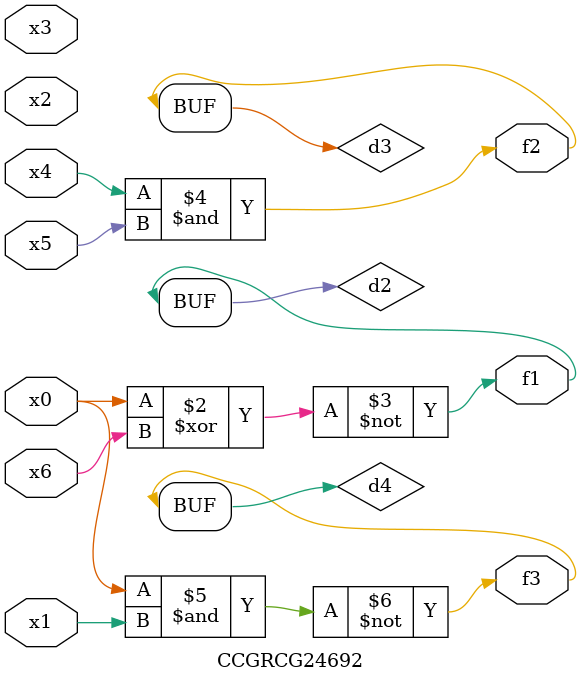
<source format=v>
module CCGRCG24692(
	input x0, x1, x2, x3, x4, x5, x6,
	output f1, f2, f3
);

	wire d1, d2, d3, d4;

	nor (d1, x0);
	xnor (d2, x0, x6);
	and (d3, x4, x5);
	nand (d4, x0, x1);
	assign f1 = d2;
	assign f2 = d3;
	assign f3 = d4;
endmodule

</source>
